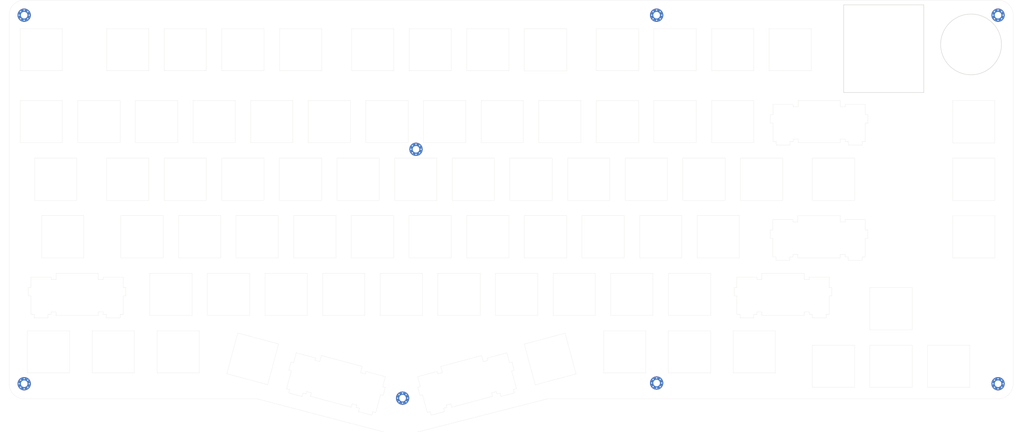
<source format=kicad_pcb>
(kicad_pcb (version 20171130) (host pcbnew "(5.1.10)-1")

  (general
    (thickness 1.6)
    (drawings 541)
    (tracks 0)
    (zones 0)
    (modules 8)
    (nets 2)
  )

  (page A3)
  (layers
    (0 F.Cu signal)
    (31 B.Cu signal)
    (32 B.Adhes user)
    (33 F.Adhes user)
    (34 B.Paste user)
    (35 F.Paste user)
    (36 B.SilkS user)
    (37 F.SilkS user)
    (38 B.Mask user)
    (39 F.Mask user)
    (40 Dwgs.User user)
    (41 Cmts.User user)
    (42 Eco1.User user)
    (43 Eco2.User user)
    (44 Edge.Cuts user)
    (45 Margin user)
    (46 B.CrtYd user)
    (47 F.CrtYd user)
    (48 B.Fab user)
    (49 F.Fab user)
  )

  (setup
    (last_trace_width 0.254)
    (user_trace_width 0.254)
    (trace_clearance 0.2)
    (zone_clearance 0.508)
    (zone_45_only no)
    (trace_min 0.2)
    (via_size 0.8)
    (via_drill 0.4)
    (via_min_size 0.4)
    (via_min_drill 0.3)
    (uvia_size 0.3)
    (uvia_drill 0.1)
    (uvias_allowed no)
    (uvia_min_size 0.2)
    (uvia_min_drill 0.1)
    (edge_width 0.05)
    (segment_width 0.2)
    (pcb_text_width 0.3)
    (pcb_text_size 1.5 1.5)
    (mod_edge_width 0.12)
    (mod_text_size 1 1)
    (mod_text_width 0.15)
    (pad_size 4.4 4.4)
    (pad_drill 2.2)
    (pad_to_mask_clearance 0.05)
    (aux_axis_origin 55.88 78.232)
    (grid_origin 55.89 78.232)
    (visible_elements 7FFFFFFF)
    (pcbplotparams
      (layerselection 0x010fc_ffffffff)
      (usegerberextensions false)
      (usegerberattributes true)
      (usegerberadvancedattributes true)
      (creategerberjobfile true)
      (excludeedgelayer true)
      (linewidth 0.100000)
      (plotframeref false)
      (viasonmask false)
      (mode 1)
      (useauxorigin false)
      (hpglpennumber 1)
      (hpglpenspeed 20)
      (hpglpendiameter 15.000000)
      (psnegative false)
      (psa4output false)
      (plotreference true)
      (plotvalue true)
      (plotinvisibletext false)
      (padsonsilk false)
      (subtractmaskfromsilk false)
      (outputformat 1)
      (mirror false)
      (drillshape 0)
      (scaleselection 1)
      (outputdirectory "gerber/"))
  )

  (net 0 "")
  (net 1 GND)

  (net_class Default "This is the default net class."
    (clearance 0.2)
    (trace_width 0.254)
    (via_dia 0.8)
    (via_drill 0.4)
    (uvia_dia 0.3)
    (uvia_drill 0.1)
  )

  (module keyboard:MountingHole_2.2mm_M2_Pad_Via (layer F.Cu) (tedit 613D0AD2) (tstamp 613D0ECB)
    (at 60.88 83.232)
    (descr "Mounting Hole 2.2mm, M2")
    (tags "mounting hole 2.2mm m2")
    (path /613EE8B0)
    (attr virtual)
    (fp_text reference MountBaseMiddleTop1 (at 0 -3.2) (layer F.SilkS) hide
      (effects (font (size 1 1) (thickness 0.15)))
    )
    (fp_text value MountingHole (at 0 3.2) (layer F.Fab)
      (effects (font (size 1 1) (thickness 0.15)))
    )
    (fp_circle (center 0 0) (end 2.2 0) (layer Cmts.User) (width 0.15))
    (fp_circle (center 0 0) (end 2.45 0) (layer F.CrtYd) (width 0.05))
    (fp_text user %R (at 0.3 0) (layer F.Fab)
      (effects (font (size 1 1) (thickness 0.15)))
    )
    (pad 1 thru_hole circle (at 1.166726 -1.166726) (size 0.7 0.7) (drill 0.4) (layers *.Cu *.Mask))
    (pad 1 thru_hole circle (at 0 -1.65) (size 0.7 0.7) (drill 0.4) (layers *.Cu *.Mask))
    (pad 1 thru_hole circle (at -1.166726 -1.166726) (size 0.7 0.7) (drill 0.4) (layers *.Cu *.Mask))
    (pad 1 thru_hole circle (at -1.65 0) (size 0.7 0.7) (drill 0.4) (layers *.Cu *.Mask))
    (pad 1 thru_hole circle (at -1.166726 1.166726) (size 0.7 0.7) (drill 0.4) (layers *.Cu *.Mask))
    (pad 1 thru_hole circle (at 0 1.65) (size 0.7 0.7) (drill 0.4) (layers *.Cu *.Mask))
    (pad 1 thru_hole circle (at 1.166726 1.166726) (size 0.7 0.7) (drill 0.4) (layers *.Cu *.Mask))
    (pad 1 thru_hole circle (at 1.65 0) (size 0.7 0.7) (drill 0.4) (layers *.Cu *.Mask))
    (pad 1 thru_hole circle (at 0 0) (size 4.4 4.4) (drill 2.2) (layers *.Cu *.Mask))
  )

  (module keyboard:MountingHole_2.2mm_M2_Pad_Via (layer F.Cu) (tedit 613D0AD2) (tstamp 613D0EDE)
    (at 60.89 205.232)
    (descr "Mounting Hole 2.2mm, M2")
    (tags "mounting hole 2.2mm m2")
    (path /613F05DB)
    (attr virtual)
    (fp_text reference MountBaseMiddleTop2 (at 0 -3.2) (layer F.SilkS) hide
      (effects (font (size 1 1) (thickness 0.15)))
    )
    (fp_text value MountingHole (at 0 3.2) (layer F.Fab)
      (effects (font (size 1 1) (thickness 0.15)))
    )
    (fp_circle (center 0 0) (end 2.2 0) (layer Cmts.User) (width 0.15))
    (fp_circle (center 0 0) (end 2.45 0) (layer F.CrtYd) (width 0.05))
    (fp_text user %R (at 0.3 0) (layer F.Fab)
      (effects (font (size 1 1) (thickness 0.15)))
    )
    (pad 1 thru_hole circle (at 1.166726 -1.166726) (size 0.7 0.7) (drill 0.4) (layers *.Cu *.Mask))
    (pad 1 thru_hole circle (at 0 -1.65) (size 0.7 0.7) (drill 0.4) (layers *.Cu *.Mask))
    (pad 1 thru_hole circle (at -1.166726 -1.166726) (size 0.7 0.7) (drill 0.4) (layers *.Cu *.Mask))
    (pad 1 thru_hole circle (at -1.65 0) (size 0.7 0.7) (drill 0.4) (layers *.Cu *.Mask))
    (pad 1 thru_hole circle (at -1.166726 1.166726) (size 0.7 0.7) (drill 0.4) (layers *.Cu *.Mask))
    (pad 1 thru_hole circle (at 0 1.65) (size 0.7 0.7) (drill 0.4) (layers *.Cu *.Mask))
    (pad 1 thru_hole circle (at 1.166726 1.166726) (size 0.7 0.7) (drill 0.4) (layers *.Cu *.Mask))
    (pad 1 thru_hole circle (at 1.65 0) (size 0.7 0.7) (drill 0.4) (layers *.Cu *.Mask))
    (pad 1 thru_hole circle (at 0 0) (size 4.4 4.4) (drill 2.2) (layers *.Cu *.Mask))
  )

  (module keyboard:MountingHole_2.2mm_M2_Pad_Via (layer F.Cu) (tedit 613D0AD2) (tstamp 613D98E4)
    (at 190.44 127.622)
    (descr "Mounting Hole 2.2mm, M2")
    (tags "mounting hole 2.2mm m2")
    (path /6140E5D0)
    (attr virtual)
    (fp_text reference MountBaseMiddleTop3 (at 0 -3.2) (layer F.SilkS) hide
      (effects (font (size 1 1) (thickness 0.15)))
    )
    (fp_text value MountingHole (at 0 3.2) (layer F.Fab)
      (effects (font (size 1 1) (thickness 0.15)))
    )
    (fp_circle (center 0 0) (end 2.2 0) (layer Cmts.User) (width 0.15))
    (fp_circle (center 0 0) (end 2.45 0) (layer F.CrtYd) (width 0.05))
    (fp_text user %R (at 0.3 0) (layer F.Fab)
      (effects (font (size 1 1) (thickness 0.15)))
    )
    (pad 1 thru_hole circle (at 1.166726 -1.166726) (size 0.7 0.7) (drill 0.4) (layers *.Cu *.Mask))
    (pad 1 thru_hole circle (at 0 -1.65) (size 0.7 0.7) (drill 0.4) (layers *.Cu *.Mask))
    (pad 1 thru_hole circle (at -1.166726 -1.166726) (size 0.7 0.7) (drill 0.4) (layers *.Cu *.Mask))
    (pad 1 thru_hole circle (at -1.65 0) (size 0.7 0.7) (drill 0.4) (layers *.Cu *.Mask))
    (pad 1 thru_hole circle (at -1.166726 1.166726) (size 0.7 0.7) (drill 0.4) (layers *.Cu *.Mask))
    (pad 1 thru_hole circle (at 0 1.65) (size 0.7 0.7) (drill 0.4) (layers *.Cu *.Mask))
    (pad 1 thru_hole circle (at 1.166726 1.166726) (size 0.7 0.7) (drill 0.4) (layers *.Cu *.Mask))
    (pad 1 thru_hole circle (at 1.65 0) (size 0.7 0.7) (drill 0.4) (layers *.Cu *.Mask))
    (pad 1 thru_hole circle (at 0 0) (size 4.4 4.4) (drill 2.2) (layers *.Cu *.Mask))
  )

  (module keyboard:MountingHole_2.2mm_M2_Pad_Via (layer F.Cu) (tedit 613D0AD2) (tstamp 613D9911)
    (at 186 210)
    (descr "Mounting Hole 2.2mm, M2")
    (tags "mounting hole 2.2mm m2")
    (path /6142C521)
    (attr virtual)
    (fp_text reference MountBaseMiddleTop4 (at 0 -3.2) (layer F.SilkS) hide
      (effects (font (size 1 1) (thickness 0.15)))
    )
    (fp_text value MountingHole (at 0 3.2) (layer F.Fab)
      (effects (font (size 1 1) (thickness 0.15)))
    )
    (fp_circle (center 0 0) (end 2.2 0) (layer Cmts.User) (width 0.15))
    (fp_circle (center 0 0) (end 2.45 0) (layer F.CrtYd) (width 0.05))
    (fp_text user %R (at 0.3 0) (layer F.Fab)
      (effects (font (size 1 1) (thickness 0.15)))
    )
    (pad 1 thru_hole circle (at 1.166726 -1.166726) (size 0.7 0.7) (drill 0.4) (layers *.Cu *.Mask))
    (pad 1 thru_hole circle (at 0 -1.65) (size 0.7 0.7) (drill 0.4) (layers *.Cu *.Mask))
    (pad 1 thru_hole circle (at -1.166726 -1.166726) (size 0.7 0.7) (drill 0.4) (layers *.Cu *.Mask))
    (pad 1 thru_hole circle (at -1.65 0) (size 0.7 0.7) (drill 0.4) (layers *.Cu *.Mask))
    (pad 1 thru_hole circle (at -1.166726 1.166726) (size 0.7 0.7) (drill 0.4) (layers *.Cu *.Mask))
    (pad 1 thru_hole circle (at 0 1.65) (size 0.7 0.7) (drill 0.4) (layers *.Cu *.Mask))
    (pad 1 thru_hole circle (at 1.166726 1.166726) (size 0.7 0.7) (drill 0.4) (layers *.Cu *.Mask))
    (pad 1 thru_hole circle (at 1.65 0) (size 0.7 0.7) (drill 0.4) (layers *.Cu *.Mask))
    (pad 1 thru_hole circle (at 0 0) (size 4.4 4.4) (drill 2.2) (layers *.Cu *.Mask))
  )

  (module keyboard:MountingHole_2.2mm_M2_Pad_Via (layer F.Cu) (tedit 613D0AD2) (tstamp 613E8636)
    (at 270 83.232)
    (descr "Mounting Hole 2.2mm, M2")
    (tags "mounting hole 2.2mm m2")
    (path /6144A4AD)
    (attr virtual)
    (fp_text reference MountBaseMiddleTop5 (at 0 -3.2) (layer F.SilkS) hide
      (effects (font (size 1 1) (thickness 0.15)))
    )
    (fp_text value MountingHole (at 0 3.2) (layer F.Fab)
      (effects (font (size 1 1) (thickness 0.15)))
    )
    (fp_circle (center 0 0) (end 2.2 0) (layer Cmts.User) (width 0.15))
    (fp_circle (center 0 0) (end 2.45 0) (layer F.CrtYd) (width 0.05))
    (fp_text user %R (at 0.3 0) (layer F.Fab)
      (effects (font (size 1 1) (thickness 0.15)))
    )
    (pad 1 thru_hole circle (at 1.166726 -1.166726) (size 0.7 0.7) (drill 0.4) (layers *.Cu *.Mask))
    (pad 1 thru_hole circle (at 0 -1.65) (size 0.7 0.7) (drill 0.4) (layers *.Cu *.Mask))
    (pad 1 thru_hole circle (at -1.166726 -1.166726) (size 0.7 0.7) (drill 0.4) (layers *.Cu *.Mask))
    (pad 1 thru_hole circle (at -1.65 0) (size 0.7 0.7) (drill 0.4) (layers *.Cu *.Mask))
    (pad 1 thru_hole circle (at -1.166726 1.166726) (size 0.7 0.7) (drill 0.4) (layers *.Cu *.Mask))
    (pad 1 thru_hole circle (at 0 1.65) (size 0.7 0.7) (drill 0.4) (layers *.Cu *.Mask))
    (pad 1 thru_hole circle (at 1.166726 1.166726) (size 0.7 0.7) (drill 0.4) (layers *.Cu *.Mask))
    (pad 1 thru_hole circle (at 1.65 0) (size 0.7 0.7) (drill 0.4) (layers *.Cu *.Mask))
    (pad 1 thru_hole circle (at 0 0) (size 4.4 4.4) (drill 2.2) (layers *.Cu *.Mask))
  )

  (module keyboard:MountingHole_2.2mm_M2_Pad_Via (layer F.Cu) (tedit 613D0AD2) (tstamp 613D0F2A)
    (at 270 205)
    (descr "Mounting Hole 2.2mm, M2")
    (tags "mounting hole 2.2mm m2")
    (path /61468462)
    (attr virtual)
    (fp_text reference MountBaseMiddleTop6 (at 0 -3.2) (layer F.SilkS) hide
      (effects (font (size 1 1) (thickness 0.15)))
    )
    (fp_text value MountingHole (at 0 3.2) (layer F.Fab)
      (effects (font (size 1 1) (thickness 0.15)))
    )
    (fp_circle (center 0 0) (end 2.2 0) (layer Cmts.User) (width 0.15))
    (fp_circle (center 0 0) (end 2.45 0) (layer F.CrtYd) (width 0.05))
    (fp_text user %R (at 0.3 0) (layer F.Fab)
      (effects (font (size 1 1) (thickness 0.15)))
    )
    (pad 1 thru_hole circle (at 1.166726 -1.166726) (size 0.7 0.7) (drill 0.4) (layers *.Cu *.Mask))
    (pad 1 thru_hole circle (at 0 -1.65) (size 0.7 0.7) (drill 0.4) (layers *.Cu *.Mask))
    (pad 1 thru_hole circle (at -1.166726 -1.166726) (size 0.7 0.7) (drill 0.4) (layers *.Cu *.Mask))
    (pad 1 thru_hole circle (at -1.65 0) (size 0.7 0.7) (drill 0.4) (layers *.Cu *.Mask))
    (pad 1 thru_hole circle (at -1.166726 1.166726) (size 0.7 0.7) (drill 0.4) (layers *.Cu *.Mask))
    (pad 1 thru_hole circle (at 0 1.65) (size 0.7 0.7) (drill 0.4) (layers *.Cu *.Mask))
    (pad 1 thru_hole circle (at 1.166726 1.166726) (size 0.7 0.7) (drill 0.4) (layers *.Cu *.Mask))
    (pad 1 thru_hole circle (at 1.65 0) (size 0.7 0.7) (drill 0.4) (layers *.Cu *.Mask))
    (pad 1 thru_hole circle (at 0 0) (size 4.4 4.4) (drill 2.2) (layers *.Cu *.Mask))
  )

  (module keyboard:MountingHole_2.2mm_M2_Pad_Via (layer F.Cu) (tedit 613D0AD2) (tstamp 613D0F3D)
    (at 382.89 83.232)
    (descr "Mounting Hole 2.2mm, M2")
    (tags "mounting hole 2.2mm m2")
    (path /615C07FA)
    (attr virtual)
    (fp_text reference MountBaseMiddleTop7 (at 0 -3.2) (layer F.SilkS) hide
      (effects (font (size 1 1) (thickness 0.15)))
    )
    (fp_text value MountingHole (at 0 3.2) (layer F.Fab)
      (effects (font (size 1 1) (thickness 0.15)))
    )
    (fp_circle (center 0 0) (end 2.2 0) (layer Cmts.User) (width 0.15))
    (fp_circle (center 0 0) (end 2.45 0) (layer F.CrtYd) (width 0.05))
    (fp_text user %R (at 0.3 0) (layer F.Fab)
      (effects (font (size 1 1) (thickness 0.15)))
    )
    (pad 1 thru_hole circle (at 1.166726 -1.166726) (size 0.7 0.7) (drill 0.4) (layers *.Cu *.Mask))
    (pad 1 thru_hole circle (at 0 -1.65) (size 0.7 0.7) (drill 0.4) (layers *.Cu *.Mask))
    (pad 1 thru_hole circle (at -1.166726 -1.166726) (size 0.7 0.7) (drill 0.4) (layers *.Cu *.Mask))
    (pad 1 thru_hole circle (at -1.65 0) (size 0.7 0.7) (drill 0.4) (layers *.Cu *.Mask))
    (pad 1 thru_hole circle (at -1.166726 1.166726) (size 0.7 0.7) (drill 0.4) (layers *.Cu *.Mask))
    (pad 1 thru_hole circle (at 0 1.65) (size 0.7 0.7) (drill 0.4) (layers *.Cu *.Mask))
    (pad 1 thru_hole circle (at 1.166726 1.166726) (size 0.7 0.7) (drill 0.4) (layers *.Cu *.Mask))
    (pad 1 thru_hole circle (at 1.65 0) (size 0.7 0.7) (drill 0.4) (layers *.Cu *.Mask))
    (pad 1 thru_hole circle (at 0 0) (size 4.4 4.4) (drill 2.2) (layers *.Cu *.Mask))
  )

  (module keyboard:MountingHole_2.2mm_M2_Pad_Via (layer F.Cu) (tedit 613D0AD2) (tstamp 613D0F50)
    (at 382.89 205.232)
    (descr "Mounting Hole 2.2mm, M2")
    (tags "mounting hole 2.2mm m2")
    (path /615C0800)
    (attr virtual)
    (fp_text reference MountBaseMiddleTop8 (at 0 -3.2) (layer F.SilkS) hide
      (effects (font (size 1 1) (thickness 0.15)))
    )
    (fp_text value MountingHole (at 0 3.2) (layer F.Fab)
      (effects (font (size 1 1) (thickness 0.15)))
    )
    (fp_circle (center 0 0) (end 2.2 0) (layer Cmts.User) (width 0.15))
    (fp_circle (center 0 0) (end 2.45 0) (layer F.CrtYd) (width 0.05))
    (fp_text user %R (at 0.3 0) (layer F.Fab)
      (effects (font (size 1 1) (thickness 0.15)))
    )
    (pad 1 thru_hole circle (at 1.166726 -1.166726) (size 0.7 0.7) (drill 0.4) (layers *.Cu *.Mask))
    (pad 1 thru_hole circle (at 0 -1.65) (size 0.7 0.7) (drill 0.4) (layers *.Cu *.Mask))
    (pad 1 thru_hole circle (at -1.166726 -1.166726) (size 0.7 0.7) (drill 0.4) (layers *.Cu *.Mask))
    (pad 1 thru_hole circle (at -1.65 0) (size 0.7 0.7) (drill 0.4) (layers *.Cu *.Mask))
    (pad 1 thru_hole circle (at -1.166726 1.166726) (size 0.7 0.7) (drill 0.4) (layers *.Cu *.Mask))
    (pad 1 thru_hole circle (at 0 1.65) (size 0.7 0.7) (drill 0.4) (layers *.Cu *.Mask))
    (pad 1 thru_hole circle (at 1.166726 1.166726) (size 0.7 0.7) (drill 0.4) (layers *.Cu *.Mask))
    (pad 1 thru_hole circle (at 1.65 0) (size 0.7 0.7) (drill 0.4) (layers *.Cu *.Mask))
    (pad 1 thru_hole circle (at 0 0) (size 4.4 4.4) (drill 2.2) (layers *.Cu *.Mask))
  )

  (gr_line (start 191.752062 209.115183) (end 191.028922 206.416386) (layer Edge.Cuts) (width 0.05))
  (gr_line (start 192.586236 208.891667) (end 191.752062 209.115183) (layer Edge.Cuts) (width 0.05))
  (gr_line (start 222.910898 200.766198) (end 222.076724 200.989714) (layer Edge.Cuts) (width 0.05))
  (gr_line (start 200.388246 212.296991) (end 200.59204 213.057561) (layer Edge.Cuts) (width 0.05))
  (gr_line (start 200.59204 213.057561) (end 199.586125 213.327096) (layer Edge.Cuts) (width 0.05))
  (gr_line (start 197.410222 201.182856) (end 197.62059 201.96796) (layer Edge.Cuts) (width 0.05))
  (gr_line (start 214.254992 197.510786) (end 214.044624 196.725681) (layer Edge.Cuts) (width 0.05))
  (gr_line (start 212.684783 197.931522) (end 214.254992 197.510786) (layer Edge.Cuts) (width 0.05))
  (gr_line (start 217.022648 207.839817) (end 215.452439 208.260553) (layer Edge.Cuts) (width 0.05))
  (gr_line (start 215.754843 209.389141) (end 202.260859 213.004843) (layer Edge.Cuts) (width 0.05))
  (gr_line (start 191.028922 206.416386) (end 191.863096 206.19287) (layer Edge.Cuts) (width 0.05))
  (gr_line (start 195.472316 215.639004) (end 195.169912 214.510416) (layer Edge.Cuts) (width 0.05))
  (gr_line (start 214.044624 196.725681) (end 220.472667 195.003292) (layer Edge.Cuts) (width 0.05))
  (gr_line (start 222.950974 208.27612) (end 218.534761 209.45944) (layer Edge.Cuts) (width 0.05))
  (gr_line (start 223.654485 206.877998) (end 222.64857 207.147532) (layer Edge.Cuts) (width 0.05))
  (gr_line (start 195.169912 214.510416) (end 194.163997 214.77995) (layer Edge.Cuts) (width 0.05))
  (gr_line (start 221.353584 198.290917) (end 222.187757 198.067401) (layer Edge.Cuts) (width 0.05))
  (gr_line (start 199.888529 214.455683) (end 195.472316 215.639004) (layer Edge.Cuts) (width 0.05))
  (gr_line (start 217.226442 208.600387) (end 217.022648 207.839817) (layer Edge.Cuts) (width 0.05))
  (gr_line (start 220.472667 195.003292) (end 221.353584 198.290917) (layer Edge.Cuts) (width 0.05))
  (gr_line (start 215.452439 208.260553) (end 215.754843 209.389141) (layer Edge.Cuts) (width 0.05))
  (gr_line (start 197.62059 201.96796) (end 199.190799 201.547224) (layer Edge.Cuts) (width 0.05))
  (gr_line (start 199.586125 213.327096) (end 199.888529 214.455683) (layer Edge.Cuts) (width 0.05))
  (gr_line (start 218.232357 208.330853) (end 217.226442 208.600387) (layer Edge.Cuts) (width 0.05))
  (gr_line (start 212.139141 195.895157) (end 212.684783 197.931522) (layer Edge.Cuts) (width 0.05))
  (gr_line (start 194.163997 214.77995) (end 192.586236 208.891667) (layer Edge.Cuts) (width 0.05))
  (gr_line (start 190.982179 202.905245) (end 197.410222 201.182856) (layer Edge.Cuts) (width 0.05))
  (gr_line (start 199.190799 201.547224) (end 198.645157 199.510859) (layer Edge.Cuts) (width 0.05))
  (gr_line (start 198.645157 199.510859) (end 212.139141 195.895157) (layer Edge.Cuts) (width 0.05))
  (gr_line (start 191.863096 206.19287) (end 190.982179 202.905245) (layer Edge.Cuts) (width 0.05))
  (gr_line (start 222.076724 200.989714) (end 223.654485 206.877998) (layer Edge.Cuts) (width 0.05))
  (gr_line (start 202.260859 213.004843) (end 201.958455 211.876255) (layer Edge.Cuts) (width 0.05))
  (gr_line (start 222.64857 207.147532) (end 222.950974 208.27612) (layer Edge.Cuts) (width 0.05))
  (gr_line (start 201.958455 211.876255) (end 200.388246 212.296991) (layer Edge.Cuts) (width 0.05))
  (gr_line (start 222.187757 198.067401) (end 222.910898 200.766198) (layer Edge.Cuts) (width 0.05))
  (gr_line (start 218.534761 209.45944) (end 218.232357 208.330853) (layer Edge.Cuts) (width 0.05))
  (gr_line (start 148.389102 200.766198) (end 149.112243 198.067401) (layer Edge.Cuts) (width 0.05))
  (gr_line (start 149.223276 200.989714) (end 148.389102 200.766198) (layer Edge.Cuts) (width 0.05))
  (gr_line (start 179.547938 209.115183) (end 178.713764 208.891667) (layer Edge.Cuts) (width 0.05))
  (gr_line (start 154.277352 207.839817) (end 154.073558 208.600387) (layer Edge.Cuts) (width 0.05))
  (gr_line (start 154.073558 208.600387) (end 153.067643 208.330853) (layer Edge.Cuts) (width 0.05))
  (gr_line (start 157.255376 196.725681) (end 157.045008 197.510786) (layer Edge.Cuts) (width 0.05))
  (gr_line (start 173.67941 201.96796) (end 173.889778 201.182856) (layer Edge.Cuts) (width 0.05))
  (gr_line (start 172.109201 201.547224) (end 173.67941 201.96796) (layer Edge.Cuts) (width 0.05))
  (gr_line (start 170.911754 212.296991) (end 169.341545 211.876255) (layer Edge.Cuts) (width 0.05))
  (gr_line (start 169.039141 213.004843) (end 155.545157 209.389141) (layer Edge.Cuts) (width 0.05))
  (gr_line (start 149.112243 198.067401) (end 149.946416 198.290917) (layer Edge.Cuts) (width 0.05))
  (gr_line (start 148.349026 208.27612) (end 148.65143 207.147532) (layer Edge.Cuts) (width 0.05))
  (gr_line (start 173.889778 201.182856) (end 180.317821 202.905245) (layer Edge.Cuts) (width 0.05))
  (gr_line (start 175.827684 215.639004) (end 171.411471 214.455683) (layer Edge.Cuts) (width 0.05))
  (gr_line (start 177.136003 214.77995) (end 176.130088 214.510416) (layer Edge.Cuts) (width 0.05))
  (gr_line (start 148.65143 207.147532) (end 147.645515 206.877998) (layer Edge.Cuts) (width 0.05))
  (gr_line (start 179.436904 206.19287) (end 180.271078 206.416386) (layer Edge.Cuts) (width 0.05))
  (gr_line (start 152.765239 209.45944) (end 148.349026 208.27612) (layer Edge.Cuts) (width 0.05))
  (gr_line (start 170.70796 213.057561) (end 170.911754 212.296991) (layer Edge.Cuts) (width 0.05))
  (gr_line (start 180.317821 202.905245) (end 179.436904 206.19287) (layer Edge.Cuts) (width 0.05))
  (gr_line (start 169.341545 211.876255) (end 169.039141 213.004843) (layer Edge.Cuts) (width 0.05))
  (gr_line (start 157.045008 197.510786) (end 158.615217 197.931522) (layer Edge.Cuts) (width 0.05))
  (gr_line (start 153.067643 208.330853) (end 152.765239 209.45944) (layer Edge.Cuts) (width 0.05))
  (gr_line (start 171.713875 213.327096) (end 170.70796 213.057561) (layer Edge.Cuts) (width 0.05))
  (gr_line (start 172.654843 199.510859) (end 172.109201 201.547224) (layer Edge.Cuts) (width 0.05))
  (gr_line (start 147.645515 206.877998) (end 149.223276 200.989714) (layer Edge.Cuts) (width 0.05))
  (gr_line (start 150.827333 195.003292) (end 157.255376 196.725681) (layer Edge.Cuts) (width 0.05))
  (gr_line (start 158.615217 197.931522) (end 159.160859 195.895157) (layer Edge.Cuts) (width 0.05))
  (gr_line (start 159.160859 195.895157) (end 172.654843 199.510859) (layer Edge.Cuts) (width 0.05))
  (gr_line (start 149.946416 198.290917) (end 150.827333 195.003292) (layer Edge.Cuts) (width 0.05))
  (gr_line (start 178.713764 208.891667) (end 177.136003 214.77995) (layer Edge.Cuts) (width 0.05))
  (gr_line (start 155.545157 209.389141) (end 155.847561 208.260553) (layer Edge.Cuts) (width 0.05))
  (gr_line (start 176.130088 214.510416) (end 175.827684 215.639004) (layer Edge.Cuts) (width 0.05))
  (gr_line (start 155.847561 208.260553) (end 154.277352 207.839817) (layer Edge.Cuts) (width 0.05))
  (gr_line (start 180.271078 206.416386) (end 179.547938 209.115183) (layer Edge.Cuts) (width 0.05))
  (gr_line (start 171.411471 214.455683) (end 171.713875 213.327096) (layer Edge.Cuts) (width 0.05))
  (gr_line (start 307.571 157.108) (end 307.571 154.314) (layer Edge.Cuts) (width 0.05))
  (gr_line (start 308.4346 157.108) (end 307.571 157.108) (layer Edge.Cuts) (width 0.05))
  (gr_line (start 339.829 157.108) (end 338.9654 157.108) (layer Edge.Cuts) (width 0.05))
  (gr_line (start 315.0894 162.4166) (end 315.0894 163.204) (layer Edge.Cuts) (width 0.05))
  (gr_line (start 315.0894 163.204) (end 314.048 163.204) (layer Edge.Cuts) (width 0.05))
  (gr_line (start 315.0894 150.9104) (end 315.0894 151.7232) (layer Edge.Cuts) (width 0.05))
  (gr_line (start 332.3106 151.7232) (end 332.3106 150.9104) (layer Edge.Cuts) (width 0.05))
  (gr_line (start 330.685 151.7232) (end 332.3106 151.7232) (layer Edge.Cuts) (width 0.05))
  (gr_line (start 332.3106 162.4166) (end 330.685 162.4166) (layer Edge.Cuts) (width 0.05))
  (gr_line (start 330.685 163.585) (end 316.715 163.585) (layer Edge.Cuts) (width 0.05))
  (gr_line (start 307.571 154.314) (end 308.4346 154.314) (layer Edge.Cuts) (width 0.05))
  (gr_line (start 309.476 164.3724) (end 309.476 163.204) (layer Edge.Cuts) (width 0.05))
  (gr_line (start 332.3106 150.9104) (end 338.9654 150.9104) (layer Edge.Cuts) (width 0.05))
  (gr_line (start 337.924 164.3724) (end 333.352 164.3724) (layer Edge.Cuts) (width 0.05))
  (gr_line (start 338.9654 163.204) (end 337.924 163.204) (layer Edge.Cuts) (width 0.05))
  (gr_line (start 309.476 163.204) (end 308.4346 163.204) (layer Edge.Cuts) (width 0.05))
  (gr_line (start 338.9654 154.314) (end 339.829 154.314) (layer Edge.Cuts) (width 0.05))
  (gr_line (start 314.048 164.3724) (end 309.476 164.3724) (layer Edge.Cuts) (width 0.05))
  (gr_line (start 332.3106 163.204) (end 332.3106 162.4166) (layer Edge.Cuts) (width 0.05))
  (gr_line (start 338.9654 150.9104) (end 338.9654 154.314) (layer Edge.Cuts) (width 0.05))
  (gr_line (start 330.685 162.4166) (end 330.685 163.585) (layer Edge.Cuts) (width 0.05))
  (gr_line (start 315.0894 151.7232) (end 316.715 151.7232) (layer Edge.Cuts) (width 0.05))
  (gr_line (start 314.048 163.204) (end 314.048 164.3724) (layer Edge.Cuts) (width 0.05))
  (gr_line (start 333.352 163.204) (end 332.3106 163.204) (layer Edge.Cuts) (width 0.05))
  (gr_line (start 330.685 149.615) (end 330.685 151.7232) (layer Edge.Cuts) (width 0.05))
  (gr_line (start 308.4346 163.204) (end 308.4346 157.108) (layer Edge.Cuts) (width 0.05))
  (gr_line (start 308.4346 150.9104) (end 315.0894 150.9104) (layer Edge.Cuts) (width 0.05))
  (gr_line (start 316.715 151.7232) (end 316.715 149.615) (layer Edge.Cuts) (width 0.05))
  (gr_line (start 316.715 149.615) (end 330.685 149.615) (layer Edge.Cuts) (width 0.05))
  (gr_line (start 308.4346 154.314) (end 308.4346 150.9104) (layer Edge.Cuts) (width 0.05))
  (gr_line (start 338.9654 157.108) (end 338.9654 163.204) (layer Edge.Cuts) (width 0.05))
  (gr_line (start 316.715 163.585) (end 316.715 162.4166) (layer Edge.Cuts) (width 0.05))
  (gr_line (start 337.924 163.204) (end 337.924 164.3724) (layer Edge.Cuts) (width 0.05))
  (gr_line (start 316.715 162.4166) (end 315.0894 162.4166) (layer Edge.Cuts) (width 0.05))
  (gr_line (start 339.829 154.314) (end 339.829 157.108) (layer Edge.Cuts) (width 0.05))
  (gr_line (start 333.352 164.3724) (end 333.352 163.204) (layer Edge.Cuts) (width 0.05))
  (gr_line (start 307.621 118.958) (end 307.621 116.164) (layer Edge.Cuts) (width 0.05))
  (gr_line (start 308.4846 118.958) (end 307.621 118.958) (layer Edge.Cuts) (width 0.05))
  (gr_line (start 339.879 118.958) (end 339.0154 118.958) (layer Edge.Cuts) (width 0.05))
  (gr_line (start 315.1394 124.2666) (end 315.1394 125.054) (layer Edge.Cuts) (width 0.05))
  (gr_line (start 315.1394 125.054) (end 314.098 125.054) (layer Edge.Cuts) (width 0.05))
  (gr_line (start 315.1394 112.7604) (end 315.1394 113.5732) (layer Edge.Cuts) (width 0.05))
  (gr_line (start 332.3606 113.5732) (end 332.3606 112.7604) (layer Edge.Cuts) (width 0.05))
  (gr_line (start 330.735 113.5732) (end 332.3606 113.5732) (layer Edge.Cuts) (width 0.05))
  (gr_line (start 332.3606 124.2666) (end 330.735 124.2666) (layer Edge.Cuts) (width 0.05))
  (gr_line (start 330.735 125.435) (end 316.765 125.435) (layer Edge.Cuts) (width 0.05))
  (gr_line (start 307.621 116.164) (end 308.4846 116.164) (layer Edge.Cuts) (width 0.05))
  (gr_line (start 309.526 126.2224) (end 309.526 125.054) (layer Edge.Cuts) (width 0.05))
  (gr_line (start 332.3606 112.7604) (end 339.0154 112.7604) (layer Edge.Cuts) (width 0.05))
  (gr_line (start 337.974 126.2224) (end 333.402 126.2224) (layer Edge.Cuts) (width 0.05))
  (gr_line (start 339.0154 125.054) (end 337.974 125.054) (layer Edge.Cuts) (width 0.05))
  (gr_line (start 309.526 125.054) (end 308.4846 125.054) (layer Edge.Cuts) (width 0.05))
  (gr_line (start 339.0154 116.164) (end 339.879 116.164) (layer Edge.Cuts) (width 0.05))
  (gr_line (start 314.098 126.2224) (end 309.526 126.2224) (layer Edge.Cuts) (width 0.05))
  (gr_line (start 332.3606 125.054) (end 332.3606 124.2666) (layer Edge.Cuts) (width 0.05))
  (gr_line (start 339.0154 112.7604) (end 339.0154 116.164) (layer Edge.Cuts) (width 0.05))
  (gr_line (start 330.735 124.2666) (end 330.735 125.435) (layer Edge.Cuts) (width 0.05))
  (gr_line (start 315.1394 113.5732) (end 316.765 113.5732) (layer Edge.Cuts) (width 0.05))
  (gr_line (start 314.098 125.054) (end 314.098 126.2224) (layer Edge.Cuts) (width 0.05))
  (gr_line (start 333.402 125.054) (end 332.3606 125.054) (layer Edge.Cuts) (width 0.05))
  (gr_line (start 330.735 111.465) (end 330.735 113.5732) (layer Edge.Cuts) (width 0.05))
  (gr_line (start 308.4846 125.054) (end 308.4846 118.958) (layer Edge.Cuts) (width 0.05))
  (gr_line (start 308.4846 112.7604) (end 315.1394 112.7604) (layer Edge.Cuts) (width 0.05))
  (gr_line (start 316.765 113.5732) (end 316.765 111.465) (layer Edge.Cuts) (width 0.05))
  (gr_line (start 316.765 111.465) (end 330.735 111.465) (layer Edge.Cuts) (width 0.05))
  (gr_line (start 308.4846 116.164) (end 308.4846 112.7604) (layer Edge.Cuts) (width 0.05))
  (gr_line (start 339.0154 118.958) (end 339.0154 125.054) (layer Edge.Cuts) (width 0.05))
  (gr_line (start 316.765 125.435) (end 316.765 124.2666) (layer Edge.Cuts) (width 0.05))
  (gr_line (start 337.974 125.054) (end 337.974 126.2224) (layer Edge.Cuts) (width 0.05))
  (gr_line (start 316.765 124.2666) (end 315.1394 124.2666) (layer Edge.Cuts) (width 0.05))
  (gr_line (start 339.879 116.164) (end 339.879 118.958) (layer Edge.Cuts) (width 0.05))
  (gr_line (start 333.402 126.2224) (end 333.402 125.054) (layer Edge.Cuts) (width 0.05))
  (gr_line (start 88.052 183.4224) (end 88.052 182.254) (layer Edge.Cuts) (width 0.05))
  (gr_line (start 94.529 173.364) (end 94.529 176.158) (layer Edge.Cuts) (width 0.05))
  (gr_line (start 71.415 181.4666) (end 69.7894 181.4666) (layer Edge.Cuts) (width 0.05))
  (gr_line (start 92.624 182.254) (end 92.624 183.4224) (layer Edge.Cuts) (width 0.05))
  (gr_line (start 71.415 182.635) (end 71.415 181.4666) (layer Edge.Cuts) (width 0.05))
  (gr_line (start 93.6654 176.158) (end 93.6654 182.254) (layer Edge.Cuts) (width 0.05))
  (gr_line (start 63.1346 173.364) (end 63.1346 169.9604) (layer Edge.Cuts) (width 0.05))
  (gr_line (start 71.415 168.665) (end 85.385 168.665) (layer Edge.Cuts) (width 0.05))
  (gr_line (start 71.415 170.7732) (end 71.415 168.665) (layer Edge.Cuts) (width 0.05))
  (gr_line (start 63.1346 169.9604) (end 69.7894 169.9604) (layer Edge.Cuts) (width 0.05))
  (gr_line (start 63.1346 182.254) (end 63.1346 176.158) (layer Edge.Cuts) (width 0.05))
  (gr_line (start 85.385 168.665) (end 85.385 170.7732) (layer Edge.Cuts) (width 0.05))
  (gr_line (start 88.052 182.254) (end 87.0106 182.254) (layer Edge.Cuts) (width 0.05))
  (gr_line (start 68.748 182.254) (end 68.748 183.4224) (layer Edge.Cuts) (width 0.05))
  (gr_line (start 69.7894 170.7732) (end 71.415 170.7732) (layer Edge.Cuts) (width 0.05))
  (gr_line (start 85.385 181.4666) (end 85.385 182.635) (layer Edge.Cuts) (width 0.05))
  (gr_line (start 93.6654 169.9604) (end 93.6654 173.364) (layer Edge.Cuts) (width 0.05))
  (gr_line (start 87.0106 182.254) (end 87.0106 181.4666) (layer Edge.Cuts) (width 0.05))
  (gr_line (start 68.748 183.4224) (end 64.176 183.4224) (layer Edge.Cuts) (width 0.05))
  (gr_line (start 93.6654 173.364) (end 94.529 173.364) (layer Edge.Cuts) (width 0.05))
  (gr_line (start 64.176 182.254) (end 63.1346 182.254) (layer Edge.Cuts) (width 0.05))
  (gr_line (start 93.6654 182.254) (end 92.624 182.254) (layer Edge.Cuts) (width 0.05))
  (gr_line (start 92.624 183.4224) (end 88.052 183.4224) (layer Edge.Cuts) (width 0.05))
  (gr_line (start 87.0106 169.9604) (end 93.6654 169.9604) (layer Edge.Cuts) (width 0.05))
  (gr_line (start 64.176 183.4224) (end 64.176 182.254) (layer Edge.Cuts) (width 0.05))
  (gr_line (start 62.271 173.364) (end 63.1346 173.364) (layer Edge.Cuts) (width 0.05))
  (gr_line (start 85.385 182.635) (end 71.415 182.635) (layer Edge.Cuts) (width 0.05))
  (gr_line (start 87.0106 181.4666) (end 85.385 181.4666) (layer Edge.Cuts) (width 0.05))
  (gr_line (start 85.385 170.7732) (end 87.0106 170.7732) (layer Edge.Cuts) (width 0.05))
  (gr_line (start 87.0106 170.7732) (end 87.0106 169.9604) (layer Edge.Cuts) (width 0.05))
  (gr_line (start 69.7894 169.9604) (end 69.7894 170.7732) (layer Edge.Cuts) (width 0.05))
  (gr_line (start 69.7894 182.254) (end 68.748 182.254) (layer Edge.Cuts) (width 0.05))
  (gr_line (start 69.7894 181.4666) (end 69.7894 182.254) (layer Edge.Cuts) (width 0.05))
  (gr_line (start 94.529 176.158) (end 93.6654 176.158) (layer Edge.Cuts) (width 0.05))
  (gr_line (start 63.1346 176.158) (end 62.271 176.158) (layer Edge.Cuts) (width 0.05))
  (gr_line (start 62.271 176.158) (end 62.271 173.364) (layer Edge.Cuts) (width 0.05))
  (gr_line (start 321.452 183.4224) (end 321.452 182.254) (layer Edge.Cuts) (width 0.05))
  (gr_line (start 327.929 173.364) (end 327.929 176.158) (layer Edge.Cuts) (width 0.05))
  (gr_line (start 304.815 181.4666) (end 303.1894 181.4666) (layer Edge.Cuts) (width 0.05))
  (gr_line (start 326.024 182.254) (end 326.024 183.4224) (layer Edge.Cuts) (width 0.05))
  (gr_line (start 304.815 182.635) (end 304.815 181.4666) (layer Edge.Cuts) (width 0.05))
  (gr_line (start 327.0654 176.158) (end 327.0654 182.254) (layer Edge.Cuts) (width 0.05))
  (gr_line (start 296.5346 173.364) (end 296.5346 169.9604) (layer Edge.Cuts) (width 0.05))
  (gr_line (start 304.815 168.665) (end 318.785 168.665) (layer Edge.Cuts) (width 0.05))
  (gr_line (start 304.815 170.7732) (end 304.815 168.665) (layer Edge.Cuts) (width 0.05))
  (gr_line (start 296.5346 169.9604) (end 303.1894 169.9604) (layer Edge.Cuts) (width 0.05))
  (gr_line (start 296.5346 182.254) (end 296.5346 176.158) (layer Edge.Cuts) (width 0.05))
  (gr_line (start 318.785 168.665) (end 318.785 170.7732) (layer Edge.Cuts) (width 0.05))
  (gr_line (start 321.452 182.254) (end 320.4106 182.254) (layer Edge.Cuts) (width 0.05))
  (gr_line (start 302.148 182.254) (end 302.148 183.4224) (layer Edge.Cuts) (width 0.05))
  (gr_line (start 303.1894 170.7732) (end 304.815 170.7732) (layer Edge.Cuts) (width 0.05))
  (gr_line (start 318.785 181.4666) (end 318.785 182.635) (layer Edge.Cuts) (width 0.05))
  (gr_line (start 327.0654 169.9604) (end 327.0654 173.364) (layer Edge.Cuts) (width 0.05))
  (gr_line (start 320.4106 182.254) (end 320.4106 181.4666) (layer Edge.Cuts) (width 0.05))
  (gr_line (start 302.148 183.4224) (end 297.576 183.4224) (layer Edge.Cuts) (width 0.05))
  (gr_line (start 327.0654 173.364) (end 327.929 173.364) (layer Edge.Cuts) (width 0.05))
  (gr_line (start 297.576 182.254) (end 296.5346 182.254) (layer Edge.Cuts) (width 0.05))
  (gr_line (start 327.0654 182.254) (end 326.024 182.254) (layer Edge.Cuts) (width 0.05))
  (gr_line (start 326.024 183.4224) (end 321.452 183.4224) (layer Edge.Cuts) (width 0.05))
  (gr_line (start 320.4106 169.9604) (end 327.0654 169.9604) (layer Edge.Cuts) (width 0.05))
  (gr_line (start 297.576 183.4224) (end 297.576 182.254) (layer Edge.Cuts) (width 0.05))
  (gr_line (start 295.671 173.364) (end 296.5346 173.364) (layer Edge.Cuts) (width 0.05))
  (gr_line (start 318.785 182.635) (end 304.815 182.635) (layer Edge.Cuts) (width 0.05))
  (gr_line (start 320.4106 181.4666) (end 318.785 181.4666) (layer Edge.Cuts) (width 0.05))
  (gr_line (start 318.785 170.7732) (end 320.4106 170.7732) (layer Edge.Cuts) (width 0.05))
  (gr_line (start 320.4106 170.7732) (end 320.4106 169.9604) (layer Edge.Cuts) (width 0.05))
  (gr_line (start 303.1894 169.9604) (end 303.1894 170.7732) (layer Edge.Cuts) (width 0.05))
  (gr_line (start 303.1894 182.254) (end 302.148 182.254) (layer Edge.Cuts) (width 0.05))
  (gr_line (start 303.1894 181.4666) (end 303.1894 182.254) (layer Edge.Cuts) (width 0.05))
  (gr_line (start 327.929 176.158) (end 327.0654 176.158) (layer Edge.Cuts) (width 0.05))
  (gr_line (start 296.5346 176.158) (end 295.671 176.158) (layer Edge.Cuts) (width 0.05))
  (gr_line (start 295.671 176.158) (end 295.671 173.364) (layer Edge.Cuts) (width 0.05))
  (gr_line (start 297.715 144.535) (end 297.715 130.565) (layer Edge.Cuts) (width 0.05))
  (gr_line (start 311.685 144.535) (end 297.715 144.535) (layer Edge.Cuts) (width 0.05))
  (gr_line (start 311.685 130.565) (end 311.685 144.535) (layer Edge.Cuts) (width 0.05))
  (gr_line (start 297.715 130.565) (end 311.685 130.565) (layer Edge.Cuts) (width 0.05))
  (gr_line (start 359.565 206.435) (end 359.565 192.465) (layer Edge.Cuts) (width 0.05))
  (gr_line (start 373.535 206.435) (end 359.565 206.435) (layer Edge.Cuts) (width 0.05))
  (gr_line (start 373.535 192.465) (end 373.535 206.435) (layer Edge.Cuts) (width 0.05))
  (gr_line (start 359.565 192.465) (end 373.535 192.465) (layer Edge.Cuts) (width 0.05))
  (gr_line (start 340.515 206.435) (end 340.515 192.465) (layer Edge.Cuts) (width 0.05))
  (gr_line (start 354.485 206.435) (end 340.515 206.435) (layer Edge.Cuts) (width 0.05))
  (gr_line (start 354.485 192.465) (end 354.485 206.435) (layer Edge.Cuts) (width 0.05))
  (gr_line (start 340.515 192.465) (end 354.485 192.465) (layer Edge.Cuts) (width 0.05))
  (gr_line (start 321.465 206.435) (end 321.465 192.465) (layer Edge.Cuts) (width 0.05))
  (gr_line (start 335.435 206.435) (end 321.465 206.435) (layer Edge.Cuts) (width 0.05))
  (gr_line (start 335.435 192.465) (end 335.435 206.435) (layer Edge.Cuts) (width 0.05))
  (gr_line (start 321.465 192.465) (end 335.435 192.465) (layer Edge.Cuts) (width 0.05))
  (gr_line (start 273.865 201.685) (end 273.865 187.715) (layer Edge.Cuts) (width 0.05))
  (gr_line (start 287.835 201.685) (end 273.865 201.685) (layer Edge.Cuts) (width 0.05))
  (gr_line (start 287.835 187.715) (end 287.835 201.685) (layer Edge.Cuts) (width 0.05))
  (gr_line (start 273.865 187.715) (end 287.835 187.715) (layer Edge.Cuts) (width 0.05))
  (gr_line (start 229.860859 205.604843) (end 226.245157 192.110859) (layer Edge.Cuts) (width 0.05))
  (gr_line (start 243.354843 201.989141) (end 229.860859 205.604843) (layer Edge.Cuts) (width 0.05))
  (gr_line (start 239.739141 188.495157) (end 243.354843 201.989141) (layer Edge.Cuts) (width 0.05))
  (gr_line (start 226.245157 192.110859) (end 239.739141 188.495157) (layer Edge.Cuts) (width 0.05))
  (gr_line (start 127.895157 201.939141) (end 131.510859 188.445157) (layer Edge.Cuts) (width 0.05))
  (gr_line (start 141.389141 205.554843) (end 127.895157 201.939141) (layer Edge.Cuts) (width 0.05))
  (gr_line (start 145.004843 192.060859) (end 141.389141 205.554843) (layer Edge.Cuts) (width 0.05))
  (gr_line (start 131.510859 188.445157) (end 145.004843 192.060859) (layer Edge.Cuts) (width 0.05))
  (gr_line (start 83.365 201.685) (end 83.365 187.715) (layer Edge.Cuts) (width 0.05))
  (gr_line (start 97.335 201.685) (end 83.365 201.685) (layer Edge.Cuts) (width 0.05))
  (gr_line (start 97.335 187.715) (end 97.335 201.685) (layer Edge.Cuts) (width 0.05))
  (gr_line (start 83.365 187.715) (end 97.335 187.715) (layer Edge.Cuts) (width 0.05))
  (gr_line (start 340.515 187.385) (end 340.515 173.415) (layer Edge.Cuts) (width 0.05))
  (gr_line (start 354.485 187.385) (end 340.515 187.385) (layer Edge.Cuts) (width 0.05))
  (gr_line (start 354.485 173.415) (end 354.485 187.385) (layer Edge.Cuts) (width 0.05))
  (gr_line (start 340.515 173.415) (end 354.485 173.415) (layer Edge.Cuts) (width 0.05))
  (gr_line (start 273.915 182.635) (end 273.915 168.665) (layer Edge.Cuts) (width 0.05))
  (gr_line (start 287.885 182.635) (end 273.915 182.635) (layer Edge.Cuts) (width 0.05))
  (gr_line (start 287.885 168.665) (end 287.885 182.635) (layer Edge.Cuts) (width 0.05))
  (gr_line (start 273.915 168.665) (end 287.885 168.665) (layer Edge.Cuts) (width 0.05))
  (gr_line (start 254.815 182.635) (end 254.815 168.665) (layer Edge.Cuts) (width 0.05))
  (gr_line (start 268.785 182.635) (end 254.815 182.635) (layer Edge.Cuts) (width 0.05))
  (gr_line (start 268.785 168.665) (end 268.785 182.635) (layer Edge.Cuts) (width 0.05))
  (gr_line (start 254.815 168.665) (end 268.785 168.665) (layer Edge.Cuts) (width 0.05))
  (gr_line (start 235.765 182.635) (end 235.765 168.665) (layer Edge.Cuts) (width 0.05))
  (gr_line (start 249.735 182.635) (end 235.765 182.635) (layer Edge.Cuts) (width 0.05))
  (gr_line (start 249.735 168.665) (end 249.735 182.635) (layer Edge.Cuts) (width 0.05))
  (gr_line (start 235.765 168.665) (end 249.735 168.665) (layer Edge.Cuts) (width 0.05))
  (gr_line (start 216.715 182.635) (end 216.715 168.665) (layer Edge.Cuts) (width 0.05))
  (gr_line (start 230.685 182.635) (end 216.715 182.635) (layer Edge.Cuts) (width 0.05))
  (gr_line (start 230.685 168.665) (end 230.685 182.635) (layer Edge.Cuts) (width 0.05))
  (gr_line (start 216.715 168.665) (end 230.685 168.665) (layer Edge.Cuts) (width 0.05))
  (gr_line (start 197.665 182.635) (end 197.665 168.665) (layer Edge.Cuts) (width 0.05))
  (gr_line (start 211.635 182.635) (end 197.665 182.635) (layer Edge.Cuts) (width 0.05))
  (gr_line (start 211.635 168.665) (end 211.635 182.635) (layer Edge.Cuts) (width 0.05))
  (gr_line (start 197.665 168.665) (end 211.635 168.665) (layer Edge.Cuts) (width 0.05))
  (gr_line (start 178.615 182.635) (end 178.615 168.665) (layer Edge.Cuts) (width 0.05))
  (gr_line (start 192.585 182.635) (end 178.615 182.635) (layer Edge.Cuts) (width 0.05))
  (gr_line (start 192.585 168.665) (end 192.585 182.635) (layer Edge.Cuts) (width 0.05))
  (gr_line (start 178.615 168.665) (end 192.585 168.665) (layer Edge.Cuts) (width 0.05))
  (gr_line (start 159.565 182.635) (end 159.565 168.665) (layer Edge.Cuts) (width 0.05))
  (gr_line (start 173.535 182.635) (end 159.565 182.635) (layer Edge.Cuts) (width 0.05))
  (gr_line (start 173.535 168.665) (end 173.535 182.635) (layer Edge.Cuts) (width 0.05))
  (gr_line (start 159.565 168.665) (end 173.535 168.665) (layer Edge.Cuts) (width 0.05))
  (gr_line (start 140.515 182.635) (end 140.515 168.665) (layer Edge.Cuts) (width 0.05))
  (gr_line (start 154.485 182.635) (end 140.515 182.635) (layer Edge.Cuts) (width 0.05))
  (gr_line (start 154.485 168.665) (end 154.485 182.635) (layer Edge.Cuts) (width 0.05))
  (gr_line (start 140.515 168.665) (end 154.485 168.665) (layer Edge.Cuts) (width 0.05))
  (gr_line (start 121.465 182.635) (end 121.465 168.665) (layer Edge.Cuts) (width 0.05))
  (gr_line (start 135.435 182.635) (end 121.465 182.635) (layer Edge.Cuts) (width 0.05))
  (gr_line (start 135.435 168.665) (end 135.435 182.635) (layer Edge.Cuts) (width 0.05))
  (gr_line (start 121.465 168.665) (end 135.435 168.665) (layer Edge.Cuts) (width 0.05))
  (gr_line (start 102.415 182.635) (end 102.415 168.665) (layer Edge.Cuts) (width 0.05))
  (gr_line (start 116.385 182.635) (end 102.415 182.635) (layer Edge.Cuts) (width 0.05))
  (gr_line (start 116.385 168.665) (end 116.385 182.635) (layer Edge.Cuts) (width 0.05))
  (gr_line (start 102.415 168.665) (end 116.385 168.665) (layer Edge.Cuts) (width 0.05))
  (gr_line (start 283.415 163.535) (end 283.415 149.565) (layer Edge.Cuts) (width 0.05))
  (gr_line (start 297.385 163.535) (end 283.415 163.535) (layer Edge.Cuts) (width 0.05))
  (gr_line (start 297.385 149.565) (end 297.385 163.535) (layer Edge.Cuts) (width 0.05))
  (gr_line (start 283.415 149.565) (end 297.385 149.565) (layer Edge.Cuts) (width 0.05))
  (gr_line (start 264.365 163.535) (end 264.365 149.565) (layer Edge.Cuts) (width 0.05))
  (gr_line (start 278.335 163.535) (end 264.365 163.535) (layer Edge.Cuts) (width 0.05))
  (gr_line (start 278.335 149.565) (end 278.335 163.535) (layer Edge.Cuts) (width 0.05))
  (gr_line (start 264.365 149.565) (end 278.335 149.565) (layer Edge.Cuts) (width 0.05))
  (gr_line (start 245.315 163.535) (end 245.315 149.565) (layer Edge.Cuts) (width 0.05))
  (gr_line (start 259.285 163.535) (end 245.315 163.535) (layer Edge.Cuts) (width 0.05))
  (gr_line (start 259.285 149.565) (end 259.285 163.535) (layer Edge.Cuts) (width 0.05))
  (gr_line (start 245.315 149.565) (end 259.285 149.565) (layer Edge.Cuts) (width 0.05))
  (gr_line (start 226.265 163.535) (end 226.265 149.565) (layer Edge.Cuts) (width 0.05))
  (gr_line (start 240.235 163.535) (end 226.265 163.535) (layer Edge.Cuts) (width 0.05))
  (gr_line (start 240.235 149.565) (end 240.235 163.535) (layer Edge.Cuts) (width 0.05))
  (gr_line (start 226.265 149.565) (end 240.235 149.565) (layer Edge.Cuts) (width 0.05))
  (gr_line (start 207.215 163.535) (end 207.215 149.565) (layer Edge.Cuts) (width 0.05))
  (gr_line (start 221.185 163.535) (end 207.215 163.535) (layer Edge.Cuts) (width 0.05))
  (gr_line (start 221.185 149.565) (end 221.185 163.535) (layer Edge.Cuts) (width 0.05))
  (gr_line (start 207.215 149.565) (end 221.185 149.565) (layer Edge.Cuts) (width 0.05))
  (gr_line (start 188.115 163.535) (end 188.115 149.565) (layer Edge.Cuts) (width 0.05))
  (gr_line (start 202.085 163.535) (end 188.115 163.535) (layer Edge.Cuts) (width 0.05))
  (gr_line (start 202.085 149.565) (end 202.085 163.535) (layer Edge.Cuts) (width 0.05))
  (gr_line (start 188.115 149.565) (end 202.085 149.565) (layer Edge.Cuts) (width 0.05))
  (gr_line (start 169.065 163.535) (end 169.065 149.565) (layer Edge.Cuts) (width 0.05))
  (gr_line (start 183.035 163.535) (end 169.065 163.535) (layer Edge.Cuts) (width 0.05))
  (gr_line (start 183.035 149.565) (end 183.035 163.535) (layer Edge.Cuts) (width 0.05))
  (gr_line (start 169.065 149.565) (end 183.035 149.565) (layer Edge.Cuts) (width 0.05))
  (gr_line (start 150.015 163.535) (end 150.015 149.565) (layer Edge.Cuts) (width 0.05))
  (gr_line (start 163.985 163.535) (end 150.015 163.535) (layer Edge.Cuts) (width 0.05))
  (gr_line (start 163.985 149.565) (end 163.985 163.535) (layer Edge.Cuts) (width 0.05))
  (gr_line (start 150.015 149.565) (end 163.985 149.565) (layer Edge.Cuts) (width 0.05))
  (gr_line (start 130.915 163.535) (end 130.915 149.565) (layer Edge.Cuts) (width 0.05))
  (gr_line (start 144.885 163.535) (end 130.915 163.535) (layer Edge.Cuts) (width 0.05))
  (gr_line (start 144.885 149.565) (end 144.885 163.535) (layer Edge.Cuts) (width 0.05))
  (gr_line (start 130.915 149.565) (end 144.885 149.565) (layer Edge.Cuts) (width 0.05))
  (gr_line (start 111.915 163.535) (end 111.915 149.565) (layer Edge.Cuts) (width 0.05))
  (gr_line (start 125.885 163.535) (end 111.915 163.535) (layer Edge.Cuts) (width 0.05))
  (gr_line (start 125.885 149.565) (end 125.885 163.535) (layer Edge.Cuts) (width 0.05))
  (gr_line (start 111.915 149.565) (end 125.885 149.565) (layer Edge.Cuts) (width 0.05))
  (gr_line (start 92.865 163.535) (end 92.865 149.565) (layer Edge.Cuts) (width 0.05))
  (gr_line (start 106.835 163.535) (end 92.865 163.535) (layer Edge.Cuts) (width 0.05))
  (gr_line (start 106.835 149.565) (end 106.835 163.535) (layer Edge.Cuts) (width 0.05))
  (gr_line (start 92.865 149.565) (end 106.835 149.565) (layer Edge.Cuts) (width 0.05))
  (gr_line (start 278.665 144.535) (end 278.665 130.565) (layer Edge.Cuts) (width 0.05))
  (gr_line (start 292.635 144.535) (end 278.665 144.535) (layer Edge.Cuts) (width 0.05))
  (gr_line (start 292.635 130.565) (end 292.635 144.535) (layer Edge.Cuts) (width 0.05))
  (gr_line (start 278.665 130.565) (end 292.635 130.565) (layer Edge.Cuts) (width 0.05))
  (gr_line (start 259.615 144.535) (end 259.615 130.565) (layer Edge.Cuts) (width 0.05))
  (gr_line (start 273.585 144.535) (end 259.615 144.535) (layer Edge.Cuts) (width 0.05))
  (gr_line (start 273.585 130.565) (end 273.585 144.535) (layer Edge.Cuts) (width 0.05))
  (gr_line (start 259.615 130.565) (end 273.585 130.565) (layer Edge.Cuts) (width 0.05))
  (gr_line (start 240.565 144.535) (end 240.565 130.565) (layer Edge.Cuts) (width 0.05))
  (gr_line (start 254.535 144.535) (end 240.565 144.535) (layer Edge.Cuts) (width 0.05))
  (gr_line (start 254.535 130.565) (end 254.535 144.535) (layer Edge.Cuts) (width 0.05))
  (gr_line (start 240.565 130.565) (end 254.535 130.565) (layer Edge.Cuts) (width 0.05))
  (gr_line (start 221.465 144.535) (end 221.465 130.565) (layer Edge.Cuts) (width 0.05))
  (gr_line (start 235.435 144.535) (end 221.465 144.535) (layer Edge.Cuts) (width 0.05))
  (gr_line (start 235.435 130.565) (end 235.435 144.535) (layer Edge.Cuts) (width 0.05))
  (gr_line (start 221.465 130.565) (end 235.435 130.565) (layer Edge.Cuts) (width 0.05))
  (gr_line (start 202.415 144.535) (end 202.415 130.565) (layer Edge.Cuts) (width 0.05))
  (gr_line (start 216.385 144.535) (end 202.415 144.535) (layer Edge.Cuts) (width 0.05))
  (gr_line (start 216.385 130.565) (end 216.385 144.535) (layer Edge.Cuts) (width 0.05))
  (gr_line (start 202.415 130.565) (end 216.385 130.565) (layer Edge.Cuts) (width 0.05))
  (gr_line (start 183.365 144.535) (end 183.365 130.565) (layer Edge.Cuts) (width 0.05))
  (gr_line (start 197.335 144.535) (end 183.365 144.535) (layer Edge.Cuts) (width 0.05))
  (gr_line (start 197.335 130.565) (end 197.335 144.535) (layer Edge.Cuts) (width 0.05))
  (gr_line (start 183.365 130.565) (end 197.335 130.565) (layer Edge.Cuts) (width 0.05))
  (gr_line (start 164.315 144.535) (end 164.315 130.565) (layer Edge.Cuts) (width 0.05))
  (gr_line (start 178.285 144.535) (end 164.315 144.535) (layer Edge.Cuts) (width 0.05))
  (gr_line (start 178.285 130.565) (end 178.285 144.535) (layer Edge.Cuts) (width 0.05))
  (gr_line (start 164.315 130.565) (end 178.285 130.565) (layer Edge.Cuts) (width 0.05))
  (gr_line (start 145.265 144.535) (end 145.265 130.565) (layer Edge.Cuts) (width 0.05))
  (gr_line (start 159.235 144.535) (end 145.265 144.535) (layer Edge.Cuts) (width 0.05))
  (gr_line (start 159.235 130.565) (end 159.235 144.535) (layer Edge.Cuts) (width 0.05))
  (gr_line (start 145.265 130.565) (end 159.235 130.565) (layer Edge.Cuts) (width 0.05))
  (gr_line (start 126.215 144.535) (end 126.215 130.565) (layer Edge.Cuts) (width 0.05))
  (gr_line (start 140.185 144.535) (end 126.215 144.535) (layer Edge.Cuts) (width 0.05))
  (gr_line (start 140.185 130.565) (end 140.185 144.535) (layer Edge.Cuts) (width 0.05))
  (gr_line (start 126.215 130.565) (end 140.185 130.565) (layer Edge.Cuts) (width 0.05))
  (gr_line (start 107.165 144.535) (end 107.165 130.565) (layer Edge.Cuts) (width 0.05))
  (gr_line (start 121.135 144.535) (end 107.165 144.535) (layer Edge.Cuts) (width 0.05))
  (gr_line (start 121.135 130.565) (end 121.135 144.535) (layer Edge.Cuts) (width 0.05))
  (gr_line (start 107.165 130.565) (end 121.135 130.565) (layer Edge.Cuts) (width 0.05))
  (gr_line (start 88.115 144.535) (end 88.115 130.565) (layer Edge.Cuts) (width 0.05))
  (gr_line (start 102.085 144.535) (end 88.115 144.535) (layer Edge.Cuts) (width 0.05))
  (gr_line (start 102.085 130.565) (end 102.085 144.535) (layer Edge.Cuts) (width 0.05))
  (gr_line (start 88.115 130.565) (end 102.085 130.565) (layer Edge.Cuts) (width 0.05))
  (gr_line (start 288.165 125.435) (end 288.165 111.465) (layer Edge.Cuts) (width 0.05))
  (gr_line (start 302.135 125.435) (end 288.165 125.435) (layer Edge.Cuts) (width 0.05))
  (gr_line (start 302.135 111.465) (end 302.135 125.435) (layer Edge.Cuts) (width 0.05))
  (gr_line (start 288.165 111.465) (end 302.135 111.465) (layer Edge.Cuts) (width 0.05))
  (gr_line (start 269.115 125.435) (end 269.115 111.465) (layer Edge.Cuts) (width 0.05))
  (gr_line (start 283.085 125.435) (end 269.115 125.435) (layer Edge.Cuts) (width 0.05))
  (gr_line (start 283.085 111.465) (end 283.085 125.435) (layer Edge.Cuts) (width 0.05))
  (gr_line (start 269.115 111.465) (end 283.085 111.465) (layer Edge.Cuts) (width 0.05))
  (gr_line (start 250.065 125.435) (end 250.065 111.465) (layer Edge.Cuts) (width 0.05))
  (gr_line (start 264.035 125.435) (end 250.065 125.435) (layer Edge.Cuts) (width 0.05))
  (gr_line (start 264.035 111.465) (end 264.035 125.435) (layer Edge.Cuts) (width 0.05))
  (gr_line (start 250.065 111.465) (end 264.035 111.465) (layer Edge.Cuts) (width 0.05))
  (gr_line (start 231.015 125.435) (end 231.015 111.465) (layer Edge.Cuts) (width 0.05))
  (gr_line (start 244.985 125.435) (end 231.015 125.435) (layer Edge.Cuts) (width 0.05))
  (gr_line (start 244.985 111.465) (end 244.985 125.435) (layer Edge.Cuts) (width 0.05))
  (gr_line (start 231.015 111.465) (end 244.985 111.465) (layer Edge.Cuts) (width 0.05))
  (gr_line (start 211.965 125.435) (end 211.965 111.465) (layer Edge.Cuts) (width 0.05))
  (gr_line (start 225.935 125.435) (end 211.965 125.435) (layer Edge.Cuts) (width 0.05))
  (gr_line (start 225.935 111.465) (end 225.935 125.435) (layer Edge.Cuts) (width 0.05))
  (gr_line (start 211.965 111.465) (end 225.935 111.465) (layer Edge.Cuts) (width 0.05))
  (gr_line (start 192.915 125.435) (end 192.915 111.465) (layer Edge.Cuts) (width 0.05))
  (gr_line (start 206.885 125.435) (end 192.915 125.435) (layer Edge.Cuts) (width 0.05))
  (gr_line (start 206.885 111.465) (end 206.885 125.435) (layer Edge.Cuts) (width 0.05))
  (gr_line (start 192.915 111.465) (end 206.885 111.465) (layer Edge.Cuts) (width 0.05))
  (gr_line (start 173.865 125.435) (end 173.865 111.465) (layer Edge.Cuts) (width 0.05))
  (gr_line (start 187.835 125.435) (end 173.865 125.435) (layer Edge.Cuts) (width 0.05))
  (gr_line (start 187.835 111.465) (end 187.835 125.435) (layer Edge.Cuts) (width 0.05))
  (gr_line (start 173.865 111.465) (end 187.835 111.465) (layer Edge.Cuts) (width 0.05))
  (gr_line (start 154.815 125.435) (end 154.815 111.465) (layer Edge.Cuts) (width 0.05))
  (gr_line (start 168.785 125.435) (end 154.815 125.435) (layer Edge.Cuts) (width 0.05))
  (gr_line (start 168.785 111.465) (end 168.785 125.435) (layer Edge.Cuts) (width 0.05))
  (gr_line (start 154.815 111.465) (end 168.785 111.465) (layer Edge.Cuts) (width 0.05))
  (gr_line (start 135.765 125.435) (end 135.765 111.465) (layer Edge.Cuts) (width 0.05))
  (gr_line (start 149.735 125.435) (end 135.765 125.435) (layer Edge.Cuts) (width 0.05))
  (gr_line (start 149.735 111.465) (end 149.735 125.435) (layer Edge.Cuts) (width 0.05))
  (gr_line (start 135.765 111.465) (end 149.735 111.465) (layer Edge.Cuts) (width 0.05))
  (gr_line (start 116.715 125.435) (end 116.715 111.465) (layer Edge.Cuts) (width 0.05))
  (gr_line (start 130.685 125.435) (end 116.715 125.435) (layer Edge.Cuts) (width 0.05))
  (gr_line (start 130.685 111.465) (end 130.685 125.435) (layer Edge.Cuts) (width 0.05))
  (gr_line (start 116.715 111.465) (end 130.685 111.465) (layer Edge.Cuts) (width 0.05))
  (gr_line (start 97.665 125.435) (end 97.665 111.465) (layer Edge.Cuts) (width 0.05))
  (gr_line (start 111.635 125.435) (end 97.665 125.435) (layer Edge.Cuts) (width 0.05))
  (gr_line (start 111.635 111.465) (end 111.635 125.435) (layer Edge.Cuts) (width 0.05))
  (gr_line (start 97.665 111.465) (end 111.635 111.465) (layer Edge.Cuts) (width 0.05))
  (gr_line (start 78.615 125.435) (end 78.615 111.465) (layer Edge.Cuts) (width 0.05))
  (gr_line (start 92.585 125.435) (end 78.615 125.435) (layer Edge.Cuts) (width 0.05))
  (gr_line (start 92.585 111.465) (end 92.585 125.435) (layer Edge.Cuts) (width 0.05))
  (gr_line (start 78.615 111.465) (end 92.585 111.465) (layer Edge.Cuts) (width 0.05))
  (gr_line (start 59.565 125.435) (end 59.565 111.465) (layer Edge.Cuts) (width 0.05))
  (gr_line (start 73.535 125.435) (end 59.565 125.435) (layer Edge.Cuts) (width 0.05))
  (gr_line (start 73.535 111.465) (end 73.535 125.435) (layer Edge.Cuts) (width 0.05))
  (gr_line (start 59.565 111.465) (end 73.535 111.465) (layer Edge.Cuts) (width 0.05))
  (gr_line (start 307.165 101.635) (end 307.165 87.665) (layer Edge.Cuts) (width 0.05))
  (gr_line (start 321.135 101.635) (end 307.165 101.635) (layer Edge.Cuts) (width 0.05))
  (gr_line (start 321.135 87.665) (end 321.135 101.635) (layer Edge.Cuts) (width 0.05))
  (gr_line (start 307.165 87.665) (end 321.135 87.665) (layer Edge.Cuts) (width 0.05))
  (gr_line (start 269.115 101.635) (end 269.115 87.665) (layer Edge.Cuts) (width 0.05))
  (gr_line (start 283.085 101.635) (end 269.115 101.635) (layer Edge.Cuts) (width 0.05))
  (gr_line (start 283.085 87.665) (end 283.085 101.635) (layer Edge.Cuts) (width 0.05))
  (gr_line (start 269.115 87.665) (end 283.085 87.665) (layer Edge.Cuts) (width 0.05))
  (gr_line (start 250.065 101.635) (end 250.065 87.665) (layer Edge.Cuts) (width 0.05))
  (gr_line (start 264.035 101.635) (end 250.065 101.635) (layer Edge.Cuts) (width 0.05))
  (gr_line (start 264.035 87.665) (end 264.035 101.635) (layer Edge.Cuts) (width 0.05))
  (gr_line (start 250.065 87.665) (end 264.035 87.665) (layer Edge.Cuts) (width 0.05))
  (gr_line (start 226.265 101.685) (end 226.265 87.715) (layer Edge.Cuts) (width 0.05))
  (gr_line (start 240.235 101.685) (end 226.265 101.685) (layer Edge.Cuts) (width 0.05))
  (gr_line (start 240.235 87.715) (end 240.235 101.685) (layer Edge.Cuts) (width 0.05))
  (gr_line (start 226.265 87.715) (end 240.235 87.715) (layer Edge.Cuts) (width 0.05))
  (gr_line (start 207.215 101.635) (end 207.215 87.665) (layer Edge.Cuts) (width 0.05))
  (gr_line (start 221.185 101.635) (end 207.215 101.635) (layer Edge.Cuts) (width 0.05))
  (gr_line (start 221.185 87.665) (end 221.185 101.635) (layer Edge.Cuts) (width 0.05))
  (gr_line (start 207.215 87.665) (end 221.185 87.665) (layer Edge.Cuts) (width 0.05))
  (gr_line (start 188.165 101.635) (end 188.165 87.665) (layer Edge.Cuts) (width 0.05))
  (gr_line (start 202.135 101.635) (end 188.165 101.635) (layer Edge.Cuts) (width 0.05))
  (gr_line (start 202.135 87.665) (end 202.135 101.635) (layer Edge.Cuts) (width 0.05))
  (gr_line (start 188.165 87.665) (end 202.135 87.665) (layer Edge.Cuts) (width 0.05))
  (gr_line (start 169.115 101.635) (end 169.115 87.665) (layer Edge.Cuts) (width 0.05))
  (gr_line (start 183.085 101.635) (end 169.115 101.635) (layer Edge.Cuts) (width 0.05))
  (gr_line (start 183.085 87.665) (end 183.085 101.635) (layer Edge.Cuts) (width 0.05))
  (gr_line (start 169.115 87.665) (end 183.085 87.665) (layer Edge.Cuts) (width 0.05))
  (gr_line (start 145.315 101.635) (end 145.315 87.665) (layer Edge.Cuts) (width 0.05))
  (gr_line (start 159.285 101.635) (end 145.315 101.635) (layer Edge.Cuts) (width 0.05))
  (gr_line (start 159.285 87.665) (end 159.285 101.635) (layer Edge.Cuts) (width 0.05))
  (gr_line (start 145.315 87.665) (end 159.285 87.665) (layer Edge.Cuts) (width 0.05))
  (gr_line (start 126.215 101.635) (end 126.215 87.665) (layer Edge.Cuts) (width 0.05))
  (gr_line (start 140.185 101.635) (end 126.215 101.635) (layer Edge.Cuts) (width 0.05))
  (gr_line (start 140.185 87.665) (end 140.185 101.635) (layer Edge.Cuts) (width 0.05))
  (gr_line (start 126.215 87.665) (end 140.185 87.665) (layer Edge.Cuts) (width 0.05))
  (gr_line (start 107.165 101.635) (end 107.165 87.665) (layer Edge.Cuts) (width 0.05))
  (gr_line (start 121.135 101.635) (end 107.165 101.635) (layer Edge.Cuts) (width 0.05))
  (gr_line (start 121.135 87.665) (end 121.135 101.635) (layer Edge.Cuts) (width 0.05))
  (gr_line (start 107.165 87.665) (end 121.135 87.665) (layer Edge.Cuts) (width 0.05))
  (gr_line (start 88.165 101.635) (end 88.165 87.665) (layer Edge.Cuts) (width 0.05))
  (gr_line (start 102.135 101.635) (end 88.165 101.635) (layer Edge.Cuts) (width 0.05))
  (gr_line (start 102.135 87.665) (end 102.135 101.635) (layer Edge.Cuts) (width 0.05))
  (gr_line (start 88.165 87.665) (end 102.135 87.665) (layer Edge.Cuts) (width 0.05))
  (gr_line (start 59.565 101.635) (end 59.565 87.665) (layer Edge.Cuts) (width 0.05))
  (gr_line (start 73.535 101.635) (end 59.565 101.635) (layer Edge.Cuts) (width 0.05))
  (gr_line (start 73.535 87.665) (end 73.535 101.635) (layer Edge.Cuts) (width 0.05))
  (gr_line (start 59.565 87.665) (end 73.535 87.665) (layer Edge.Cuts) (width 0.05))
  (gr_line (start 288.165 101.635) (end 288.165 87.665) (layer Edge.Cuts) (width 0.05))
  (gr_line (start 302.135 101.635) (end 288.165 101.635) (layer Edge.Cuts) (width 0.05))
  (gr_line (start 302.135 87.665) (end 302.135 101.635) (layer Edge.Cuts) (width 0.05))
  (gr_line (start 288.165 87.665) (end 302.135 87.665) (layer Edge.Cuts) (width 0.05))
  (gr_line (start 321.515 144.535) (end 321.515 130.565) (layer Edge.Cuts) (width 0.05))
  (gr_line (start 335.485 144.535) (end 321.515 144.535) (layer Edge.Cuts) (width 0.05))
  (gr_line (start 335.485 130.565) (end 335.485 144.535) (layer Edge.Cuts) (width 0.05))
  (gr_line (start 321.515 130.565) (end 335.485 130.565) (layer Edge.Cuts) (width 0.05))
  (gr_line (start 64.315 144.535) (end 64.315 130.565) (layer Edge.Cuts) (width 0.05))
  (gr_line (start 78.285 144.535) (end 64.315 144.535) (layer Edge.Cuts) (width 0.05))
  (gr_line (start 78.285 130.565) (end 78.285 144.535) (layer Edge.Cuts) (width 0.05))
  (gr_line (start 64.315 130.565) (end 78.285 130.565) (layer Edge.Cuts) (width 0.05))
  (gr_line (start 66.665 163.535) (end 66.665 149.565) (layer Edge.Cuts) (width 0.05))
  (gr_line (start 80.635 163.535) (end 66.665 163.535) (layer Edge.Cuts) (width 0.05))
  (gr_line (start 80.635 149.565) (end 80.635 163.535) (layer Edge.Cuts) (width 0.05))
  (gr_line (start 66.665 149.565) (end 80.635 149.565) (layer Edge.Cuts) (width 0.05))
  (gr_line (start 367.895 163.597) (end 367.895 149.627) (layer Edge.Cuts) (width 0.05))
  (gr_line (start 381.865 163.597) (end 367.895 163.597) (layer Edge.Cuts) (width 0.05))
  (gr_line (start 381.865 149.627) (end 381.865 163.597) (layer Edge.Cuts) (width 0.05))
  (gr_line (start 367.895 149.627) (end 381.865 149.627) (layer Edge.Cuts) (width 0.05))
  (gr_line (start 367.895 144.547) (end 367.895 130.577) (layer Edge.Cuts) (width 0.05))
  (gr_line (start 381.865 144.547) (end 367.895 144.547) (layer Edge.Cuts) (width 0.05))
  (gr_line (start 381.865 130.577) (end 381.865 144.547) (layer Edge.Cuts) (width 0.05))
  (gr_line (start 367.895 130.577) (end 381.865 130.577) (layer Edge.Cuts) (width 0.05))
  (gr_line (start 367.885 125.507) (end 367.885 111.537) (layer Edge.Cuts) (width 0.05))
  (gr_line (start 381.855 125.507) (end 367.885 125.507) (layer Edge.Cuts) (width 0.05))
  (gr_line (start 381.855 111.537) (end 381.855 125.507) (layer Edge.Cuts) (width 0.05))
  (gr_line (start 367.885 111.537) (end 381.855 111.537) (layer Edge.Cuts) (width 0.05))
  (gr_line (start 295.315 201.685) (end 295.315 187.715) (layer Edge.Cuts) (width 0.05))
  (gr_line (start 309.285 201.685) (end 295.315 201.685) (layer Edge.Cuts) (width 0.05))
  (gr_line (start 309.285 187.715) (end 309.285 201.685) (layer Edge.Cuts) (width 0.05))
  (gr_line (start 295.315 187.715) (end 309.285 187.715) (layer Edge.Cuts) (width 0.05))
  (gr_line (start 252.465 201.685) (end 252.465 187.715) (layer Edge.Cuts) (width 0.05))
  (gr_line (start 266.435 201.685) (end 252.465 201.685) (layer Edge.Cuts) (width 0.05))
  (gr_line (start 266.435 187.715) (end 266.435 201.685) (layer Edge.Cuts) (width 0.05))
  (gr_line (start 252.465 187.715) (end 266.435 187.715) (layer Edge.Cuts) (width 0.05))
  (gr_line (start 104.815 201.685) (end 104.815 187.715) (layer Edge.Cuts) (width 0.05))
  (gr_line (start 118.785 201.685) (end 104.815 201.685) (layer Edge.Cuts) (width 0.05))
  (gr_line (start 118.785 187.715) (end 118.785 201.685) (layer Edge.Cuts) (width 0.05))
  (gr_line (start 104.815 187.715) (end 118.785 187.715) (layer Edge.Cuts) (width 0.05))
  (gr_line (start 61.915 201.685) (end 61.915 187.715) (layer Edge.Cuts) (width 0.05))
  (gr_line (start 75.885 201.685) (end 61.915 201.685) (layer Edge.Cuts) (width 0.05))
  (gr_line (start 75.885 187.715) (end 75.885 201.685) (layer Edge.Cuts) (width 0.05))
  (gr_line (start 61.915 187.715) (end 75.885 187.715) (layer Edge.Cuts) (width 0.05))
  (gr_arc (start 373.96 92.912) (end 373.96 82.860124) (angle 360) (layer Edge.Cuts) (width 0.15))
  (gr_line (start 137.89 210.232) (end 60.89 210.232) (layer Edge.Cuts) (width 0.05) (tstamp 613D753D))
  (gr_line (start 179.89 221.232) (end 137.89 210.232) (layer Edge.Cuts) (width 0.05))
  (gr_line (start 190.89 221.232) (end 179.89 221.232) (layer Edge.Cuts) (width 0.05))
  (gr_line (start 233.89 210.232) (end 190.89 221.232) (layer Edge.Cuts) (width 0.05))
  (gr_line (start 382.89 210.232) (end 233.89 210.232) (layer Edge.Cuts) (width 0.05))
  (gr_arc (start 382.89 83.232) (end 387.89 83.232) (angle -90) (layer Edge.Cuts) (width 0.05) (tstamp 613D9936))
  (gr_arc (start 60.89 83.232) (end 60.89 78.232) (angle -90) (layer Edge.Cuts) (width 0.05) (tstamp 613D74FB))
  (gr_arc (start 60.89 205.232) (end 55.89 205.232) (angle -90) (layer Edge.Cuts) (width 0.05) (tstamp 613D74FB))
  (gr_arc (start 382.89 205.232) (end 382.89 210.232) (angle -90) (layer Edge.Cuts) (width 0.05) (tstamp 613D9930))
  (gr_line (start 331.844 108.822) (end 358.344 108.822) (layer Edge.Cuts) (width 0.15) (tstamp 61361D77))
  (gr_line (start 358.344 79.822) (end 358.344 108.822) (layer Edge.Cuts) (width 0.15) (tstamp 6133DAD8))
  (gr_line (start 331.844 79.822) (end 358.344 79.822) (layer Edge.Cuts) (width 0.15))
  (gr_line (start 331.844 108.822) (end 331.844 79.822) (layer Edge.Cuts) (width 0.15))
  (gr_line (start 382.89 78.232) (end 60.89 78.232) (layer Edge.Cuts) (width 0.05) (tstamp 6132191F))
  (gr_line (start 387.89 205.232) (end 387.89 83.232) (layer Edge.Cuts) (width 0.05) (tstamp 613D9939))
  (gr_line (start 55.89 83.232) (end 55.89 205.232) (layer Edge.Cuts) (width 0.05))

  (zone (net 1) (net_name GND) (layer B.Cu) (tstamp 613D4131) (hatch edge 0.508)
    (connect_pads (clearance 0.508))
    (min_thickness 0.254)
    (fill yes (arc_segments 32) (thermal_gap 0.508) (thermal_bridge_width 0.508))
    (polygon
      (pts
        (xy 387.89 210.232) (xy 233.89 210.232) (xy 190.89 221.232) (xy 179.89 221.232) (xy 137.89 210.232)
        (xy 55.89 210.232) (xy 55.89 78.232) (xy 387.89 78.232)
      )
    )
  )
  (zone (net 1) (net_name GND) (layer F.Cu) (tstamp 613D412E) (hatch edge 0.508)
    (connect_pads (clearance 0.508))
    (min_thickness 0.254)
    (fill yes (arc_segments 32) (thermal_gap 0.508) (thermal_bridge_width 0.508))
    (polygon
      (pts
        (xy 387.89 210.232) (xy 233.89 210.232) (xy 190.89 221.232) (xy 179.89 221.232) (xy 137.89 210.232)
        (xy 55.89 210.232) (xy 55.89 78.232) (xy 387.89 78.232)
      )
    )
  )
)

</source>
